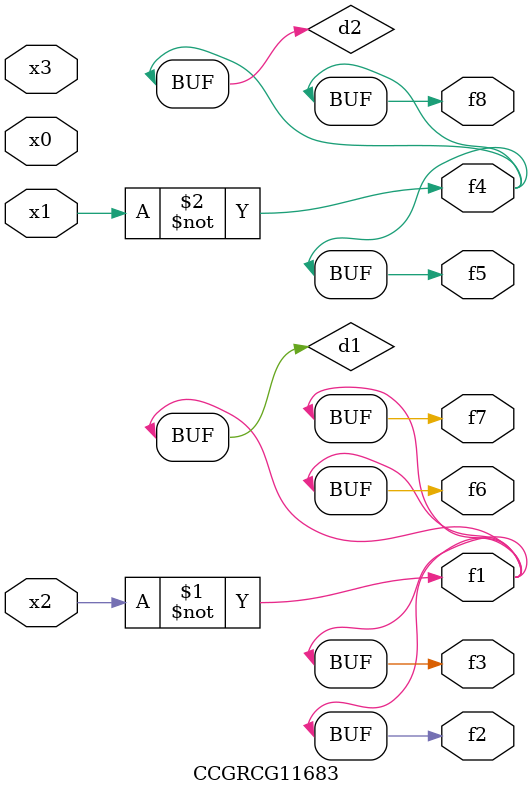
<source format=v>
module CCGRCG11683(
	input x0, x1, x2, x3,
	output f1, f2, f3, f4, f5, f6, f7, f8
);

	wire d1, d2;

	xnor (d1, x2);
	not (d2, x1);
	assign f1 = d1;
	assign f2 = d1;
	assign f3 = d1;
	assign f4 = d2;
	assign f5 = d2;
	assign f6 = d1;
	assign f7 = d1;
	assign f8 = d2;
endmodule

</source>
